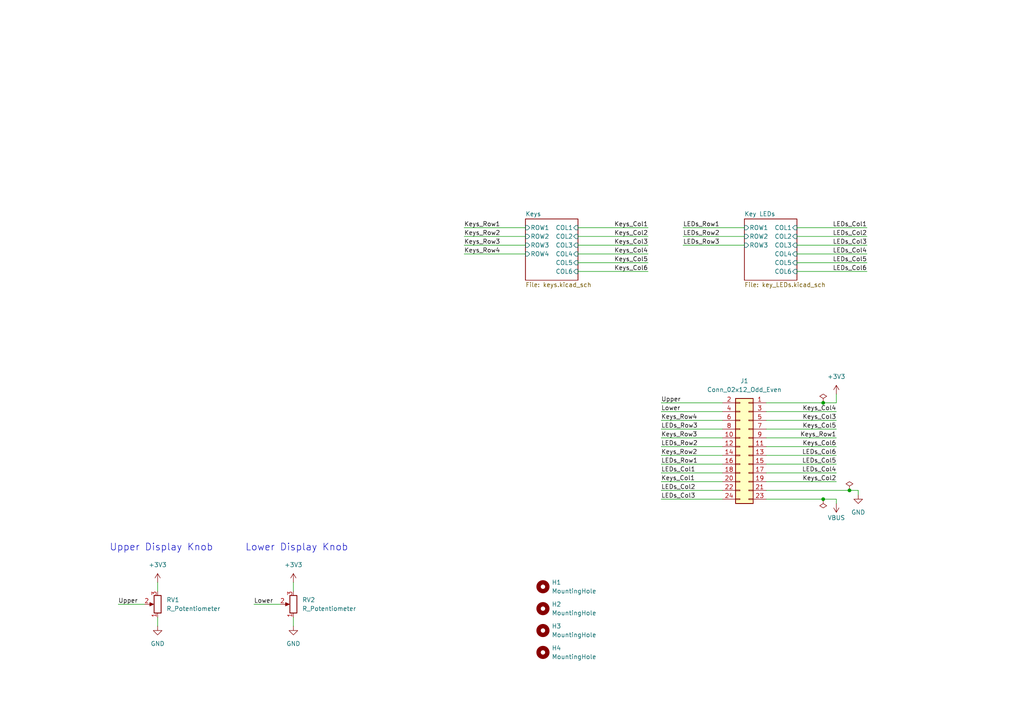
<source format=kicad_sch>
(kicad_sch (version 20231120) (generator "eeschema") (generator_version "8.0")
  (paper "A4")
  (lib_symbols
    (symbol "+3V3_1" (power) (pin_numbers hide) (pin_names (offset 0) hide)
      (property "Value" "+3V3" (at 0 3.556 0))
      (symbol "+3V3_1_0_1"
        (polyline (pts (xy -0.762 1.27) (xy 0 2.54)))
        (polyline (pts (xy 0 0) (xy 0 2.54)))
        (polyline (pts (xy 0 2.54) (xy 0.762 1.27)))
      )
      (symbol "+3V3_1_1_1"
        (pin power_in line (at 0 0 90) (length 0) (name "~") (number "1"))
      )
    )
    (symbol "+3V3_2" (power) (pin_numbers hide) (pin_names (offset 0) hide)
      (property "Value" "+3V3" (at 0 3.556 0))
      (symbol "+3V3_2_0_1"
        (polyline (pts (xy -0.762 1.27) (xy 0 2.54)))
        (polyline (pts (xy 0 0) (xy 0 2.54)))
        (polyline (pts (xy 0 2.54) (xy 0.762 1.27)))
      )
      (symbol "+3V3_2_1_1"
        (pin power_in line (at 0 0 90) (length 0) (name "~") (number "1"))
      )
    )
    (symbol "Connector_Generic:Conn_02x12_Odd_Even" (pin_names (offset 1.016) hide)
      (property "Reference" "J" (at 1.27 15.24 0))
      (property "Value" "Conn_02x12_Odd_Even" (at 1.27 -17.78 0))
      (symbol "Conn_02x12_Odd_Even_1_1"
        (rectangle (start -1.27 -15.113) (end 0 -15.367) (stroke (width 0.1524)))
        (rectangle (start -1.27 -12.573) (end 0 -12.827) (stroke (width 0.1524)))
        (rectangle (start -1.27 -10.033) (end 0 -10.287) (stroke (width 0.1524)))
        (rectangle (start -1.27 -7.493) (end 0 -7.747) (stroke (width 0.1524)))
        (rectangle (start -1.27 -4.953) (end 0 -5.207) (stroke (width 0.1524)))
        (rectangle (start -1.27 -2.413) (end 0 -2.667) (stroke (width 0.1524)))
        (rectangle (start -1.27 0.127) (end 0 -0.127) (stroke (width 0.1524)))
        (rectangle (start -1.27 2.667) (end 0 2.413) (stroke (width 0.1524)))
        (rectangle (start -1.27 5.207) (end 0 4.953) (stroke (width 0.1524)))
        (rectangle (start -1.27 7.747) (end 0 7.493) (stroke (width 0.1524)))
        (rectangle (start -1.27 10.287) (end 0 10.033) (stroke (width 0.1524)))
        (rectangle (start -1.27 12.827) (end 0 12.573) (stroke (width 0.1524)))
        (rectangle (start -1.27 13.97) (end 3.81 -16.51) (stroke (width 0.254)) (fill (type background)))
        (rectangle (start 3.81 -15.113) (end 2.54 -15.367) (stroke (width 0.1524)))
        (rectangle (start 3.81 -12.573) (end 2.54 -12.827) (stroke (width 0.1524)))
        (rectangle (start 3.81 -10.033) (end 2.54 -10.287) (stroke (width 0.1524)))
        (rectangle (start 3.81 -7.493) (end 2.54 -7.747) (stroke (width 0.1524)))
        (rectangle (start 3.81 -4.953) (end 2.54 -5.207) (stroke (width 0.1524)))
        (rectangle (start 3.81 -2.413) (end 2.54 -2.667) (stroke (width 0.1524)))
        (rectangle (start 3.81 0.127) (end 2.54 -0.127) (stroke (width 0.1524)))
        (rectangle (start 3.81 2.667) (end 2.54 2.413) (stroke (width 0.1524)))
        (rectangle (start 3.81 5.207) (end 2.54 4.953) (stroke (width 0.1524)))
        (rectangle (start 3.81 7.747) (end 2.54 7.493) (stroke (width 0.1524)))
        (rectangle (start 3.81 10.287) (end 2.54 10.033) (stroke (width 0.1524)))
        (rectangle (start 3.81 12.827) (end 2.54 12.573) (stroke (width 0.1524)))
        (pin passive line (at -5.08 12.7 0) (length 3.81) (name "Pin_1") (number "1"))
        (pin passive line (at 7.62 2.54 180) (length 3.81) (name "Pin_10") (number "10"))
        (pin passive line (at -5.08 0 0) (length 3.81) (name "Pin_11") (number "11"))
        (pin passive line (at 7.62 0 180) (length 3.81) (name "Pin_12") (number "12"))
        (pin passive line (at -5.08 -2.54 0) (length 3.81) (name "Pin_13") (number "13"))
        (pin passive line (at 7.62 -2.54 180) (length 3.81) (name "Pin_14") (number "14"))
        (pin passive line (at -5.08 -5.08 0) (length 3.81) (name "Pin_15") (number "15"))
        (pin passive line (at 7.62 -5.08 180) (length 3.81) (name "Pin_16") (number "16"))
        (pin passive line (at -5.08 -7.62 0) (length 3.81) (name "Pin_17") (number "17"))
        (pin passive line (at 7.62 -7.62 180) (length 3.81) (name "Pin_18") (number "18"))
        (pin passive line (at -5.08 -10.16 0) (length 3.81) (name "Pin_19") (number "19"))
        (pin passive line (at 7.62 12.7 180) (length 3.81) (name "Pin_2") (number "2"))
        (pin passive line (at 7.62 -10.16 180) (length 3.81) (name "Pin_20") (number "20"))
        (pin passive line (at -5.08 -12.7 0) (length 3.81) (name "Pin_21") (number "21"))
        (pin passive line (at 7.62 -12.7 180) (length 3.81) (name "Pin_22") (number "22"))
        (pin passive line (at -5.08 -15.24 0) (length 3.81) (name "Pin_23") (number "23"))
        (pin passive line (at 7.62 -15.24 180) (length 3.81) (name "Pin_24") (number "24"))
        (pin passive line (at -5.08 10.16 0) (length 3.81) (name "Pin_3") (number "3"))
        (pin passive line (at 7.62 10.16 180) (length 3.81) (name "Pin_4") (number "4"))
        (pin passive line (at -5.08 7.62 0) (length 3.81) (name "Pin_5") (number "5"))
        (pin passive line (at 7.62 7.62 180) (length 3.81) (name "Pin_6") (number "6"))
        (pin passive line (at -5.08 5.08 0) (length 3.81) (name "Pin_7") (number "7"))
        (pin passive line (at 7.62 5.08 180) (length 3.81) (name "Pin_8") (number "8"))
        (pin passive line (at -5.08 2.54 0) (length 3.81) (name "Pin_9") (number "9"))
      )
    )
    (symbol "Device:R_Potentiometer" (pin_names (offset 1.016) hide)
      (property "Reference" "RV" (at -4.445 0 90))
      (property "Value" "R_Potentiometer" (at -2.54 0 90))
      (symbol "R_Potentiometer_0_1"
        (polyline (pts (xy 2.54 0) (xy 1.524 0)))
        (polyline (pts (xy 1.143 0) (xy 2.286 0.508) (xy 2.286 -0.508) (xy 1.143 0)) (fill (type outline)))
        (rectangle (start 1.016 2.54) (end -1.016 -2.54) (stroke (width 0.254)))
      )
      (symbol "R_Potentiometer_1_1"
        (pin passive line (at 0 3.81 270) (length 1.27) (name "1") (number "1"))
        (pin passive line (at 3.81 0 180) (length 1.27) (name "2") (number "2"))
        (pin passive line (at 0 -3.81 90) (length 1.27) (name "3") (number "3"))
      )
    )
    (symbol "GND_1" (power) (pin_numbers hide) (pin_names (offset 0) hide)
      (property "Value" "GND" (at 0 -3.81 0))
      (symbol "GND_1_0_1"
        (polyline (pts (xy 0 0) (xy 0 -1.27) (xy 1.27 -1.27) (xy 0 -2.54) (xy -1.27 -1.27) (xy 0 -1.27)))
      )
      (symbol "GND_1_1_1"
        (pin power_in line (at 0 0 270) (length 0) (name "~") (number "1"))
      )
    )
    (symbol "Mechanical:MountingHole" (pin_names (offset 1.016))
      (property "Reference" "H" (at 0 5.08 0))
      (property "Value" "MountingHole" (at 0 3.175 0))
      (symbol "MountingHole_0_1"
        (circle (center 0 0) (radius 1.27) (stroke (width 1.27)))
      )
    )
    (symbol "PWR_FLAG_1" (power) (pin_numbers hide) (pin_names (offset 0) hide)
      (property "Value" "PWR_FLAG" (at 0 3.81 0))
      (symbol "PWR_FLAG_1_0_0"
        (pin power_out line (at 0 0 90) (length 0) (name "~") (number "1"))
      )
      (symbol "PWR_FLAG_1_0_1"
        (polyline (pts (xy 0 0) (xy 0 1.27) (xy -1.016 1.905) (xy 0 2.54) (xy 1.016 1.905) (xy 0 1.27)))
      )
    )
    (symbol "PWR_FLAG_2" (power) (pin_numbers hide) (pin_names (offset 0) hide)
      (property "Value" "PWR_FLAG" (at 0 3.81 0))
      (symbol "PWR_FLAG_2_0_0"
        (pin power_out line (at 0 0 90) (length 0) (name "~") (number "1"))
      )
      (symbol "PWR_FLAG_2_0_1"
        (polyline (pts (xy 0 0) (xy 0 1.27) (xy -1.016 1.905) (xy 0 2.54) (xy 1.016 1.905) (xy 0 1.27)))
      )
    )
    (symbol "power:+3V3" (power) (pin_numbers hide) (pin_names (offset 0) hide)
      (property "Value" "+3V3" (at 0 3.556 0))
      (symbol "+3V3_0_1"
        (polyline (pts (xy -0.762 1.27) (xy 0 2.54)))
        (polyline (pts (xy 0 0) (xy 0 2.54)))
        (polyline (pts (xy 0 2.54) (xy 0.762 1.27)))
      )
      (symbol "+3V3_1_1"
        (pin power_in line (at 0 0 90) (length 0) (name "~") (number "1"))
      )
    )
    (symbol "power:GND" (power) (pin_numbers hide) (pin_names (offset 0) hide)
      (property "Value" "GND" (at 0 -3.81 0))
      (symbol "GND_0_1"
        (polyline (pts (xy 0 0) (xy 0 -1.27) (xy 1.27 -1.27) (xy 0 -2.54) (xy -1.27 -1.27) (xy 0 -1.27)))
      )
      (symbol "GND_1_1"
        (pin power_in line (at 0 0 270) (length 0) (name "~") (number "1"))
      )
    )
    (symbol "power:PWR_FLAG" (power) (pin_numbers hide) (pin_names (offset 0) hide)
      (property "Value" "PWR_FLAG" (at 0 3.81 0))
      (symbol "PWR_FLAG_0_0"
        (pin power_out line (at 0 0 90) (length 0) (name "~") (number "1"))
      )
      (symbol "PWR_FLAG_0_1"
        (polyline (pts (xy 0 0) (xy 0 1.27) (xy -1.016 1.905) (xy 0 2.54) (xy 1.016 1.905) (xy 0 1.27)))
      )
    )
    (symbol "power:VBUS" (power) (pin_numbers hide) (pin_names (offset 0) hide)
      (property "Value" "VBUS" (at 0 3.556 0))
      (symbol "VBUS_0_1"
        (polyline (pts (xy -0.762 1.27) (xy 0 2.54)))
        (polyline (pts (xy 0 0) (xy 0 2.54)))
        (polyline (pts (xy 0 2.54) (xy 0.762 1.27)))
      )
      (symbol "VBUS_1_1"
        (pin power_in line (at 0 0 90) (length 0) (name "~") (number "1"))
      )
    )
  )
  (junction (at 246.38 142.24))
  (junction (at 238.76 144.78))
  (junction (at 238.76 116.84))
  (wire (pts (xy 134.62 71.12) (xy 152.4 71.12)))
  (wire (pts (xy 167.64 66.04) (xy 187.96 66.04)))
  (wire (pts (xy 231.14 73.66) (xy 251.46 73.66)))
  (wire (pts (xy 198.12 71.12) (xy 215.9 71.12)))
  (wire (pts (xy 222.25 132.08) (xy 242.57 132.08)))
  (wire (pts (xy 222.25 134.62) (xy 242.57 134.62)))
  (wire (pts (xy 34.29 175.26) (xy 41.91 175.26)))
  (wire (pts (xy 191.77 129.54) (xy 209.55 129.54)))
  (wire (pts (xy 191.77 127) (xy 209.55 127)))
  (wire (pts (xy 248.92 142.24) (xy 248.92 143.51)))
  (wire (pts (xy 85.09 168.91) (xy 85.09 171.45)))
  (wire (pts (xy 134.62 68.58) (xy 152.4 68.58)))
  (wire (pts (xy 167.64 73.66) (xy 187.96 73.66)))
  (wire (pts (xy 222.25 144.78) (xy 238.76 144.78)))
  (wire (pts (xy 198.12 66.04) (xy 215.9 66.04)))
  (wire (pts (xy 191.77 124.46) (xy 209.55 124.46)))
  (wire (pts (xy 242.57 114.3) (xy 242.57 116.84)))
  (wire (pts (xy 191.77 139.7) (xy 209.55 139.7)))
  (wire (pts (xy 231.14 66.04) (xy 251.46 66.04)))
  (wire (pts (xy 246.38 142.24) (xy 248.92 142.24)))
  (wire (pts (xy 222.25 124.46) (xy 242.57 124.46)))
  (wire (pts (xy 191.77 121.92) (xy 209.55 121.92)))
  (wire (pts (xy 222.25 129.54) (xy 242.57 129.54)))
  (wire (pts (xy 231.14 68.58) (xy 251.46 68.58)))
  (wire (pts (xy 45.72 179.07) (xy 45.72 181.61)))
  (wire (pts (xy 222.25 139.7) (xy 242.57 139.7)))
  (wire (pts (xy 191.77 132.08) (xy 209.55 132.08)))
  (wire (pts (xy 191.77 137.16) (xy 209.55 137.16)))
  (wire (pts (xy 85.09 179.07) (xy 85.09 181.61)))
  (wire (pts (xy 222.25 116.84) (xy 238.76 116.84)))
  (wire (pts (xy 222.25 119.38) (xy 242.57 119.38)))
  (wire (pts (xy 191.77 119.38) (xy 209.55 119.38)))
  (wire (pts (xy 222.25 137.16) (xy 242.57 137.16)))
  (wire (pts (xy 45.72 168.91) (xy 45.72 171.45)))
  (wire (pts (xy 222.25 142.24) (xy 246.38 142.24)))
  (wire (pts (xy 167.64 71.12) (xy 187.96 71.12)))
  (wire (pts (xy 134.62 73.66) (xy 152.4 73.66)))
  (wire (pts (xy 191.77 142.24) (xy 209.55 142.24)))
  (wire (pts (xy 231.14 71.12) (xy 251.46 71.12)))
  (wire (pts (xy 242.57 146.05) (xy 242.57 144.78)))
  (wire (pts (xy 231.14 76.2) (xy 251.46 76.2)))
  (wire (pts (xy 191.77 116.84) (xy 209.55 116.84)))
  (wire (pts (xy 73.66 175.26) (xy 81.28 175.26)))
  (wire (pts (xy 167.64 78.74) (xy 187.96 78.74)))
  (wire (pts (xy 191.77 134.62) (xy 209.55 134.62)))
  (wire (pts (xy 167.64 76.2) (xy 187.96 76.2)))
  (wire (pts (xy 238.76 144.78) (xy 242.57 144.78)))
  (wire (pts (xy 222.25 121.92) (xy 242.57 121.92)))
  (wire (pts (xy 191.77 144.78) (xy 209.55 144.78)))
  (wire (pts (xy 167.64 68.58) (xy 187.96 68.58)))
  (wire (pts (xy 134.62 66.04) (xy 152.4 66.04)))
  (wire (pts (xy 222.25 127) (xy 242.57 127)))
  (wire (pts (xy 198.12 68.58) (xy 215.9 68.58)))
  (wire (pts (xy 231.14 78.74) (xy 251.46 78.74)))
  (wire (pts (xy 238.76 116.84) (xy 242.57 116.84)))
  (text "Lower Display Knob" (at 71.12 160.02 0) (effects (font (size 2 2)) (justify left bottom)))
  (text "Upper Display Knob" (at 31.75 160.02 0) (effects (font (size 2 2)) (justify left bottom)))
  (label "Keys_Row4" (at 134.62 73.66 0))
  (label "LEDs_Col6" (at 251.46 78.74 180))
  (label "Keys_Row1" (at 242.57 127 180))
  (label "Keys_Col2" (at 187.96 68.58 180))
  (label "Keys_Col3" (at 187.96 71.12 180))
  (label "Lower" (at 73.66 175.26 0))
  (label "LEDs_Row3" (at 198.12 71.12 0))
  (label "Keys_Col5" (at 187.96 76.2 180))
  (label "LEDs_Col5" (at 251.46 76.2 180))
  (label "LEDs_Col5" (at 242.57 134.62 180))
  (label "Keys_Col4" (at 187.96 73.66 180))
  (label "LEDs_Row2" (at 198.12 68.58 0))
  (label "Keys_Col6" (at 242.57 129.54 180))
  (label "LEDs_Col1" (at 191.77 137.16 0))
  (label "Keys_Row2" (at 134.62 68.58 0))
  (label "LEDs_Row2" (at 191.77 129.54 0))
  (label "Lower" (at 191.77 119.38 0))
  (label "Keys_Col6" (at 187.96 78.74 180))
  (label "Keys_Row1" (at 134.62 66.04 0))
  (label "Keys_Col5" (at 242.57 124.46 180))
  (label "LEDs_Col6" (at 242.57 132.08 180))
  (label "LEDs_Col4" (at 242.57 137.16 180))
  (label "LEDs_Col1" (at 251.46 66.04 180))
  (label "Keys_Col3" (at 242.57 121.92 180))
  (label "LEDs_Col4" (at 251.46 73.66 180))
  (label "Keys_Col2" (at 242.57 139.7 180))
  (label "Keys_Row3" (at 191.77 127 0))
  (label "LEDs_Col2" (at 251.46 68.58 180))
  (label "Keys_Row4" (at 191.77 121.92 0))
  (label "Upper" (at 34.29 175.26 0))
  (label "Keys_Col1" (at 187.96 66.04 180))
  (label "Keys_Row2" (at 191.77 132.08 0))
  (label "LEDs_Col2" (at 191.77 142.24 0))
  (label "LEDs_Row1" (at 191.77 134.62 0))
  (label "Upper" (at 191.77 116.84 0))
  (label "Keys_Col1" (at 191.77 139.7 0))
  (label "LEDs_Col3" (at 191.77 144.78 0))
  (label "Keys_Row3" (at 134.62 71.12 0))
  (label "LEDs_Row3" (at 191.77 124.46 0))
  (label "LEDs_Row1" (at 198.12 66.04 0))
  (label "Keys_Col4" (at 242.57 119.38 180))
  (label "LEDs_Col3" (at 251.46 71.12 180))
  (symbol (lib_name "PWR_FLAG_1") (lib_id "power:PWR_FLAG") (at 238.76 144.78 180) (unit 1)
    (property "Reference" "#FLG02" (effects (hide yes)))
    (property "Value" "PWR_FLAG" (effects (hide yes)))
    (property "Description" "Special symbol for telling ERC where power comes from" (effects (hide yes)))
  )
  (symbol (lib_id "power:VBUS") (at 242.57 146.05 180) (unit 1)
    (property "Reference" "#PWR08" (effects (hide yes)))
    (property "Value" "VBUS" (at 242.57 150.1831 0))
    (property "Description" "Power symbol creates a global label with name \"VBUS\"" (effects (hide yes)))
  )
  (symbol (lib_id "Mechanical:MountingHole") (at 157.48 176.53 0) (unit 1) (in_bom no)
    (property "Reference" "H2" (at 160.02 175.26 0) (effects (justify left)))
    (property "Value" "MountingHole" (at 160.02 177.8 0) (effects (justify left)))
    (property "Footprint" "MountingHole:MountingHole_2.2mm_M2" (effects (hide yes)))
  )
  (symbol (lib_id "Mechanical:MountingHole") (at 157.48 182.88 0) (unit 1) (in_bom no)
    (property "Reference" "H3" (at 160.02 181.61 0) (effects (justify left)))
    (property "Value" "MountingHole" (at 160.02 184.15 0) (effects (justify left)))
    (property "Footprint" "MountingHole:MountingHole_2.2mm_M2" (effects (hide yes)))
  )
  (symbol (lib_name "+3V3_1") (lib_id "power:+3V3") (at 85.09 168.91 0) (unit 1)
    (property "Reference" "#PWR04" (effects (hide yes)))
    (property "Value" "+3V3" (at 85.09 163.83 0))
    (property "Description" "Power symbol creates a global label with name \"+3V3\"" (effects (hide yes)))
  )
  (symbol (lib_id "Connector_Generic:Conn_02x12_Odd_Even") (at 217.17 129.54 0) (mirror y) (unit 1)
    (property "Reference" "J1" (at 215.9 110.49 0))
    (property "Value" "Conn_02x12_Odd_Even" (at 215.9 113.03 0))
    (property "Footprint" "Connector_IDC:IDC-Header_2x12_P2.54mm_Vertical" (effects (hide yes)))
    (property "Datasheet" "https://www.lcsc.com/datasheet/lcsc_datasheet_2304140030_BOOMELE-Boom-Precision-Elec-2-54-2-12P_C9137.pdf" (effects (hide yes)))
    (property "JLCPCB Part" "C9137" (effects (hide yes)))
    (property "Manufracturer" "BOOMELE(Boom Precision Elec)" (effects (hide yes)))
    (property "Manufracturer Part Number" "2.54-2*12P" (effects (hide yes)))
  )
  (symbol (lib_id "power:PWR_FLAG") (at 238.76 116.84 0) (unit 1)
    (property "Reference" "#FLG01" (effects (hide yes)))
    (property "Value" "PWR_FLAG" (effects (hide yes)))
    (property "Description" "Special symbol for telling ERC where power comes from" (effects (hide yes)))
  )
  (symbol (lib_id "Mechanical:MountingHole") (at 157.48 170.18 0) (unit 1) (in_bom no)
    (property "Reference" "H1" (at 160.02 168.91 0) (effects (justify left)))
    (property "Value" "MountingHole" (at 160.02 171.45 0) (effects (justify left)))
    (property "Footprint" "MountingHole:MountingHole_2.2mm_M2" (effects (hide yes)))
  )
  (symbol (lib_id "Device:R_Potentiometer") (at 45.72 175.26 180) (unit 1)
    (property "Reference" "RV1" (at 48.26 173.99 0) (effects (justify right)))
    (property "Value" "R_Potentiometer" (at 48.26 176.53 0) (effects (justify right)))
    (property "Footprint" "NiasStuff:Potentiometer_Alps_RK09L_Double_Vertical" (effects (hide yes)))
    (property "Datasheet" "https://datasheet.lcsc.com/lcsc/1912111437_ALPSALPINE-RK09L1240A12_C380211.pdf" (effects (hide yes)))
    (property "Manufracturer" "ALPSALPINE" (effects (hide yes)))
    (property "Manufracturer Part Number" "RK09L1240A12" (effects (hide yes)))
    (property "JLCPCB Part" "C380211" (effects (hide yes)))
  )
  (symbol (lib_id "power:GND") (at 85.09 181.61 0) (unit 1)
    (property "Reference" "#PWR05" (effects (hide yes)))
    (property "Value" "GND" (at 85.09 186.69 0))
    (property "Description" "Power symbol creates a global label with name \"GND\" , ground" (effects (hide yes)))
  )
  (symbol (lib_name "GND_1") (lib_id "power:GND") (at 248.92 143.51 0) (unit 1)
    (property "Reference" "#PWR09" (effects (hide yes)))
    (property "Value" "GND" (at 248.92 148.59 0))
    (property "Description" "Power symbol creates a global label with name \"GND\" , ground" (effects (hide yes)))
  )
  (symbol (lib_id "power:+3V3") (at 242.57 114.3 0) (unit 1)
    (property "Reference" "#PWR07" (effects (hide yes)))
    (property "Value" "+3V3" (at 242.57 109.22 0))
    (property "Description" "Power symbol creates a global label with name \"+3V3\"" (effects (hide yes)))
  )
  (symbol (lib_name "+3V3_2") (lib_id "power:+3V3") (at 45.72 168.91 0) (unit 1)
    (property "Reference" "#PWR02" (effects (hide yes)))
    (property "Value" "+3V3" (at 45.72 163.83 0))
    (property "Description" "Power symbol creates a global label with name \"+3V3\"" (effects (hide yes)))
  )
  (symbol (lib_id "Device:R_Potentiometer") (at 85.09 175.26 180) (unit 1)
    (property "Reference" "RV2" (at 87.63 173.99 0) (effects (justify right)))
    (property "Value" "R_Potentiometer" (at 87.63 176.53 0) (effects (justify right)))
    (property "Footprint" "NiasStuff:Potentiometer_Alps_RK09L_Double_Vertical" (effects (hide yes)))
    (property "Datasheet" "https://datasheet.lcsc.com/lcsc/1912111437_ALPSALPINE-RK09L1240A12_C380211.pdf" (effects (hide yes)))
    (property "Manufracturer" "ALPSALPINE" (effects (hide yes)))
    (property "Manufracturer Part Number" "RK09L1240A12" (effects (hide yes)))
    (property "JLCPCB Part" "C380211" (effects (hide yes)))
  )
  (symbol (lib_id "Mechanical:MountingHole") (at 157.48 189.23 0) (unit 1) (in_bom no)
    (property "Reference" "H4" (at 160.02 187.96 0) (effects (justify left)))
    (property "Value" "MountingHole" (at 160.02 190.5 0) (effects (justify left)))
    (property "Footprint" "MountingHole:MountingHole_2.2mm_M2" (effects (hide yes)))
  )
  (symbol (lib_name "PWR_FLAG_2") (lib_id "power:PWR_FLAG") (at 246.38 142.24 0) (unit 1)
    (property "Reference" "#FLG03" (effects (hide yes)))
    (property "Value" "PWR_FLAG" (effects (hide yes)))
    (property "Description" "Special symbol for telling ERC where power comes from" (effects (hide yes)))
  )
  (symbol (lib_id "power:GND") (at 45.72 181.61 0) (unit 1)
    (property "Reference" "#PWR03" (effects (hide yes)))
    (property "Value" "GND" (at 45.72 186.69 0))
    (property "Description" "Power symbol creates a global label with name \"GND\" , ground" (effects (hide yes)))
  )
  (sheet (at 152.4 63.5) (size 15.24 17.78) (stroke (width 0.1524))
    (property "Sheetname" "Keys" (at 152.4 62.7884 0) (effects (justify left bottom)))
    (property "Sheetfile" "keys.kicad_sch" (at 152.4 81.8646 0) (effects (justify left top)))
    (pin "COL6" input (at 167.64 78.74 0))
    (pin "COL5" input (at 167.64 76.2 0))
    (pin "COL4" input (at 167.64 73.66 0))
    (pin "COL3" input (at 167.64 71.12 0))
    (pin "COL2" input (at 167.64 68.58 0))
    (pin "COL1" input (at 167.64 66.04 0))
    (pin "ROW1" input (at 152.4 66.04 180))
    (pin "ROW2" input (at 152.4 68.58 180))
    (pin "ROW3" input (at 152.4 71.12 180))
    (pin "ROW4" input (at 152.4 73.66 180))
  )
  (sheet (at 215.9 63.5) (size 15.24 17.78) (stroke (width 0.1524))
    (property "Sheetname" "Key LEDs" (at 215.9 62.7884 0) (effects (justify left bottom)))
    (property "Sheetfile" "key_LEDs.kicad_sch" (at 215.9 81.8646 0) (effects (justify left top)))
    (pin "ROW2" input (at 215.9 68.58 180))
    (pin "ROW3" input (at 215.9 71.12 180))
    (pin "ROW1" input (at 215.9 66.04 180))
    (pin "COL3" input (at 231.14 71.12 0))
    (pin "COL2" input (at 231.14 68.58 0))
    (pin "COL1" input (at 231.14 66.04 0))
    (pin "COL4" input (at 231.14 73.66 0))
    (pin "COL6" input (at 231.14 78.74 0))
    (pin "COL5" input (at 231.14 76.2 0))
  )
)
</source>
